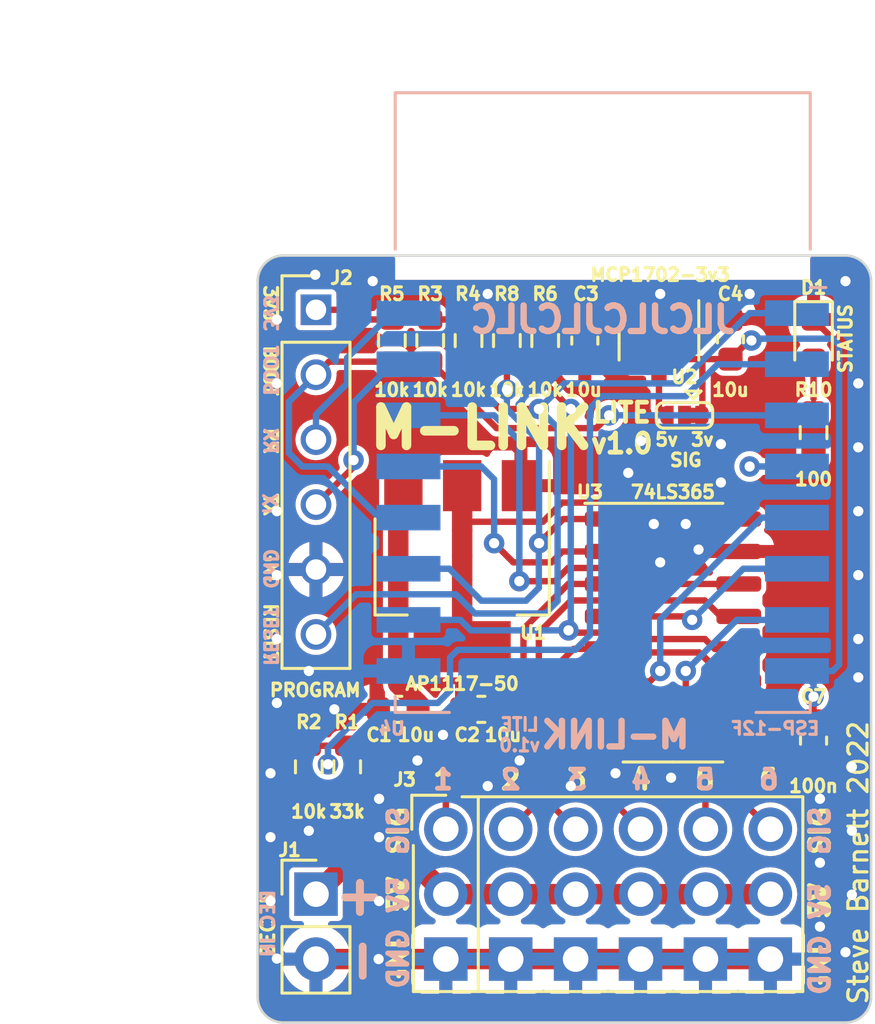
<source format=kicad_pcb>
(kicad_pcb (version 20211014) (generator pcbnew)
  (layers (0 "F.Cu" signal) (31 "B.Cu" signal) (34 "B.Paste" user) (35 "F.Paste" user) (36 "B.SilkS" user "B.Silkscreen") (37 "F.SilkS" user "F.Silkscreen") (38 "B.Mask" user) (39 "F.Mask" user) (44 "Edge.Cuts" user))
  (net 0 "")
  (net 1 "/3V3")
  (net 2 "GND")
  (net 3 "/VCC")
  (net 4 "/DTR")
  (net 5 "/RX")
  (net 6 "/TX")
  (net 7 "+5V")
  (net 8 "/RESET")
  (net 9 "/ADC")
  (net 10 "/EN")
  (net 11 "/CH1")
  (net 12 "/CH2")
  (net 13 "/CH3")
  (net 14 "/CH5")
  (net 15 "/CH4")
  (net 16 "Net-(D1-Pad2)")
  (net 17 "/CH6")
  (net 18 "/CH6_LV")
  (net 19 "/OE")
  (net 20 "/LED1")
  (net 21 "/CH1_LV")
  (net 22 "/CH2_LV")
  (net 23 "/CH3_LV")
  (net 24 "/CH4_LV")
  (net 25 "/CH5_LV")
  (net 26 "Net-(U3-Pad16)")
  (footprint "Resistor_SMD:R_0603_1608Metric" (layer "F.Cu") (at 88.75 72.325 -90)
    (fp_text reference "R8")
    (fp_text value "10k")
  )
  (footprint "Jumper:SolderJumper-3_P1.3mm_Bridged2Bar12_RoundedPad1.0x1.5mm" (layer "F.Cu") (at 95.7 75.25 180)
    (fp_text reference "JP1" hide)
    (fp_text value "VSIG" hide)
  )
  (footprint "Resistor_SMD:R_0603_1608Metric" (layer "F.Cu") (at 82.5 89 90)
    (fp_text reference "R1")
    (fp_text value "33k")
  )
  (footprint "Package_TO_SOT_SMD:SOT-223-3_TabPin2" (layer "F.Cu") (at 87 81.15 -90)
    (fp_text reference "U1")
    (fp_text value "AP1117-50")
  )
  (footprint "LED_SMD:LED_0603_1608Metric" (layer "F.Cu") (at 100.75 72.2875 -90)
    (fp_text reference "D1")
    (fp_text value "STATUS")
  )
  (footprint "Capacitor_SMD:C_0603_1608Metric" (layer "F.Cu") (at 84.5 86.75 180)
    (fp_text reference "C1")
    (fp_text value "10u")
  )
  (footprint "Capacitor_SMD:C_0603_1608Metric" (layer "F.Cu") (at 91.8 72.325 -90)
    (fp_text reference "C3")
    (fp_text value "10u")
  )
  (footprint "Capacitor_SMD:C_0603_1608Metric" (layer "F.Cu") (at 100.75 87.975 -90)
    (fp_text reference "C7")
    (fp_text value "100n")
  )
  (footprint "Package_SO:SO-16_3.9x9.9mm_P1.27mm" (layer "F.Cu") (at 95.25 83.75)
    (fp_text reference "U3")
    (fp_text value "74LS365")
  )
  (footprint "new_moop_items:ServoHeader_3x06_P2.54mm_Vertical" (layer "F.Cu") (at 86.36 96.52 90)
    (fp_text reference "J3")
    (fp_text value "SIG")
  )
  (footprint "Capacitor_SMD:C_0603_1608Metric" (layer "F.Cu") (at 97.5 72.275 90)
    (fp_text reference "C4")
    (fp_text value "10u")
  )
  (footprint "Resistor_SMD:R_0603_1608Metric" (layer "F.Cu") (at 100.75 75.925 90)
    (fp_text reference "R10")
    (fp_text value "100")
  )
  (footprint "Resistor_SMD:R_0603_1608Metric" (layer "F.Cu") (at 87.25 72.325 -90)
    (fp_text reference "R4")
    (fp_text value "10k")
  )
  (footprint "Connector_PinHeader_2.54mm:PinHeader_1x06_P2.54mm_Vertical" (layer "F.Cu") (at 81.28 71.12)
    (fp_text reference "J2")
    (fp_text value "PROGRAM")
  )
  (footprint "Resistor_SMD:R_0603_1608Metric" (layer "F.Cu") (at 85.75 72.325 -90)
    (fp_text reference "R3")
    (fp_text value "10k")
  )
  (footprint "Capacitor_SMD:C_0603_1608Metric" (layer "F.Cu") (at 87.75 86.75 180)
    (fp_text reference "C2")
    (fp_text value "10u")
  )
  (footprint "Resistor_SMD:R_0603_1608Metric" (layer "F.Cu") (at 90.25 72.325 90)
    (fp_text reference "R6")
    (fp_text value "10k")
  )
  (footprint "Connector_PinHeader_2.54mm:PinHeader_1x02_P2.54mm_Vertical" (layer "F.Cu") (at 81.28 93.98)
    (fp_text reference "J1")
    (fp_text value "BEC IN")
  )
  (footprint "Resistor_SMD:R_0603_1608Metric" (layer "F.Cu") (at 81 89 -90)
    (fp_text reference "R2")
    (fp_text value "10k")
  )
  (footprint "Package_TO_SOT_SMD:SOT-23" (layer "F.Cu") (at 94.7 72.4375 -90)
    (fp_text reference "U2")
    (fp_text value "MCP1702-3v3")
  )
  (footprint "Resistor_SMD:R_0603_1608Metric" (layer "F.Cu") (at 84.25 72.325 -90)
    (fp_text reference "R5")
    (fp_text value "10k")
  )
  (footprint "RF_Module:ESP-12E" (layer "B.Cu") (at 92.5 74.75 180)
    (fp_text reference "U4")
    (fp_text value "ESP-12F")
  )
  (gr_line (start 103 81) (end 103 98) (layer "Edge.Cuts") (width 0.1))
  (gr_arc (start 80 99) (mid 79.292893 98.707107) (end 79 98) (layer "Edge.Cuts") (width 0.1))
  (gr_line (start 102 99) (end 80 99) (layer "Edge.Cuts") (width 0.1))
  (gr_line (start 79 70) (end 79 98) (layer "Edge.Cuts") (width 0.1))
  (gr_arc (start 79 70) (mid 79.292893 69.292893) (end 80 69) (layer "Edge.Cuts") (width 0.1))
  (gr_arc (start 103 98) (mid 102.707107 98.707107) (end 102 99) (layer "Edge.Cuts") (width 0.1))
  (gr_line (start 103 70) (end 103 81) (layer "Edge.Cuts") (width 0.1))
  (gr_arc (start 102 69) (mid 102.707107 69.292893) (end 103 70) (layer "Edge.Cuts") (width 0.1))
  (gr_line (start 80 69) (end 102 69) (layer "Edge.Cuts") (width 0.1))
  (gr_text "GND" (at 84.5 96.5 90) (layer "B.SilkS") (effects (font (size 0.75 0.75) (thickness 0.1875)) (justify mirror)))
  (gr_text "JLCJLCJLCJLC" (at 92.5 71.5) (layer "B.SilkS") (effects (font (size 1 1) (thickness 0.25)) (justify mirror)))
  (gr_text "-" (at 83 96.6 90) (layer "B.SilkS") (effects (font (size 1.5 1.5) (thickness 0.3))))
  (gr_text "TX" (at 79.45 78.75 -90) (layer "B.SilkS") (effects (font (size 0.5 0.5) (thickness 0.125)) (justify mirror)))
  (gr_text "3" (at 91.5 89.5) (layer "B.SilkS") (effects (font (size 0.75 0.75) (thickness 0.1875)) (justify mirror)))
  (gr_text "M-LINK" (at 93 87.75) (layer "B.SilkS") (effects (font (size 1 1) (thickness 0.25)) (justify mirror)))
  (gr_text "GND" (at 79.5 81.25 -90) (layer "B.SilkS") (effects (font (size 0.5 0.5) (thickness 0.125)) (justify mirror)))
  (gr_text "5V" (at 101 94.25 90) (layer "B.SilkS") (effects (font (size 0.75 0.75) (thickness 0.1875)) (justify mirror)))
  (gr_text "6" (at 99 89.5) (layer "B.SilkS") (effects (font (size 0.75 0.75) (thickness 0.1875)) (justify mirror)))
  (gr_text "2" (at 88.9 89.5) (layer "B.SilkS") (effects (font (size 0.75 0.75) (thickness 0.1875)) (justify mirror)))
  (gr_text "1" (at 86.25 89.5) (layer "B.SilkS") (effects (font (size 0.75 0.75) (thickness 0.1875)) (justify mirror)))
  (gr_text "LITE\nv1.0" (at 89.25 87.75) (layer "B.SilkS") (effects (font (size 0.5 0.5) (thickness 0.125)) (justify mirror)))
  (gr_text "GND" (at 101 96.75 90) (layer "B.SilkS") (effects (font (size 0.75 0.75) (thickness 0.1875)) (justify mirror)))
  (gr_text "BOOT" (at 79.5 73.5 270) (layer "B.SilkS") (effects (font (size 0.5 0.5) (thickness 0.125)) (justify mirror)))
  (gr_text "3V3	" (at 79.5 71 -90) (layer "B.SilkS") (effects (font (size 0.5 0.5) (thickness 0.125)) (justify mirror)))
  (gr_text "RX" (at 79.5 76.25 -90) (layer "B.SilkS") (effects (font (size 0.5 0.5) (thickness 0.125)) (justify mirror)))
  (gr_text "4" (at 94 89.5) (layer "B.SilkS") (effects (font (size 0.75 0.75) (thickness 0.1875)) (justify mirror)))
  (gr_text "SIG" (at 101 91.5 90) (layer "B.SilkS") (effects (font (size 0.75 0.75) (thickness 0.1875)) (justify mirror)))
  (gr_text "5V" (at 84.5 94 90) (layer "B.SilkS") (effects (font (size 0.75 0.75) (thickness 0.1875)) (justify mirror)))
  (gr_text "+" (at 83 94) (layer "B.SilkS") (effects (font (size 1.5 1.5) (thickness 0.3))))
  (gr_text "SIG" (at 84.5 91.5 90) (layer "B.SilkS") (effects (font (size 0.75 0.75) (thickness 0.1875)) (justify mirror)))
  (gr_text "RESET" (at 79.5 83.9 -90) (layer "B.SilkS") (effects (font (size 0.5 0.5) (thickness 0.125)) (justify mirror)))
  (gr_text "5" (at 96.5 89.5) (layer "B.SilkS") (effects (font (size 0.75 0.75) (thickness 0.1875)) (justify mirror)))
  (gr_text "SIG" (at 95.75 77) (layer "F.SilkS") (effects (font (size 0.5 0.5) (thickness 0.125))))
  (gr_text "GND" (at 84.5 96.5 90) (layer "F.SilkS") (effects (font (size 0.75 0.75) (thickness 0.1875))))
  (gr_text "TX" (at 79.5 78.75 270) (layer "F.SilkS") (effects (font (size 0.5 0.5) (thickness 0.125))))
  (gr_text "5V" (at 84.5 94 90) (layer "F.SilkS") (effects (font (size 0.75 0.75) (thickness 0.1875))))
  (gr_text "6" (at 99 89.5) (layer "F.SilkS") (effects (font (size 0.75 0.75) (thickness 0.1875))))
  (gr_text "RESET" (at 79.5 83.75 270) (layer "F.SilkS") (effects (font (size 0.5 0.5) (thickness 0.125))))
  (gr_text "RX" (at 79.5 76.25 270) (layer "F.SilkS") (effects (font (size 0.5 0.5) (thickness 0.125))))
  (gr_text "SIG" (at 101 91.5 90) (layer "F.SilkS") (effects (font (size 0.75 0.75) (thickness 0.1875))))
  (gr_text "GND" (at 101 96.75 90) (layer "F.SilkS") (effects (font (size 0.75 0.75) (thickness 0.1875))))
  (gr_text "5V" (at 101 94.25 90) (layer "F.SilkS") (effects (font (size 0.75 0.75) (thickness 0.1875))))
  (gr_text "BOOT" (at 79.5 73.5 270) (layer "F.SilkS") (effects (font (size 0.5 0.5) (thickness 0.125))))
  (gr_text "3V3	" (at 79.5 71.12 270) (layer "F.SilkS") (effects (font (size 0.5 0.5) (thickness 0.125))))
  (gr_text "Steve Barnett 2022" (at 102.5 92.75 90) (layer "F.SilkS") (effects (font (size 0.75 0.75) (thickness 0.125))))
  (gr_text "-" (at 83 96.6 90) (layer "F.SilkS") (effects (font (size 1.5 1.5) (thickness 0.3)) (justify mirror)))
  (gr_text "GND" (at 79.5 81.25 270) (layer "F.SilkS") (effects (font (size 0.5 0.5) (thickness 0.125))))
  (gr_text "1" (at 86.25 89.5) (layer "F.SilkS") (effects (font (size 0.75 0.75) (thickness 0.1875))))
  (gr_text "2" (at 88.9 89.5) (layer "F.SilkS") (effects (font (size 0.75 0.75) (thickness 0.1875))))
  (gr_text "5" (at 96.5 89.5) (layer "F.SilkS") (effects (font (size 0.75 0.75) (thickness 0.1875))))
  (gr_text "3" (at 91.5 89.5) (layer "F.SilkS") (effects (font (size 0.75 0.75) (thickness 0.1875))))
  (gr_text "LITE\nv1.0" (at 93.25 75.75) (layer "F.SilkS") (effects (font (size 0.75 0.75) (thickness 0.1875))))
  (gr_text "+" (at 83 94) (layer "F.SilkS") (effects (font (size 1.5 1.5) (thickness 0.3)) (justify mirror)))
  (gr_text "SIG" (at 84.5 91.5 90) (layer "F.SilkS") (effects (font (size 0.75 0.75) (thickness 0.1875))))
  (gr_text "4" (at 94 89.5) (layer "F.SilkS") (effects (font (size 0.75 0.75) (thickness 0.1875))))
  (gr_text "5v" (at 95 76.2) (layer "F.SilkS") (effects (font (size 0.5 0.5) (thickness 0.125))))
  (gr_text "3v" (at 96.4 76.2) (layer "F.SilkS") (effects (font (size 0.5 0.5) (thickness 0.125))))
  (gr_text "M-LINK" (at 87.75 75.75) (layer "F.SilkS") (effects (font (size 1.5 1.5) (thickness 0.375))))
  (segment (start 98.227948 72.322052) (end 97.5 73.05) (width 0.25) (layer "F.Cu") (net 1))
  (segment (start 95.791428 73.05) (end 94.741428 72) (width 0.25) (layer "F.Cu") (net 1))
  (segment (start 96.45 73.05) (end 95.791428 73.05) (width 0.25) (layer "F.Cu") (net 1))
  (segment (start 93 70.75) (end 93.75 71.5) (width 0.25) (layer "F.Cu") (net 1))
  (segment (start 100.75 87.2) (end 100.75 86.25) (width 0.25) (layer "F.Cu") (net 1))
  (segment (start 97.5 73.05) (end 96.45 73.05) (width 0.25) (layer "F.Cu") (net 1))
  (segment (start 87.25 71.5) (end 85.75 71.5) (width 0.25) (layer "F.Cu") (net 1))
  (segment (start 96.4 73.1) (end 96.45 73.05) (width 0.25) (layer "F.Cu") (net 1))
  (segment (start 81.28 71.12) (end 82.63 71.12) (width 0.25) (layer "F.Cu") (net 1))
  (segment (start 96.4 75.25) (end 96.4 73.1) (width 0.25) (layer "F.Cu") (net 1))
  (segment (start 94.741428 72) (end 94 72) (width 0.25) (layer "F.Cu") (net 1))
  (segment (start 84.25 71.5) (end 83.01 71.5) (width 0.25) (layer "F.Cu") (net 1))
  (segment (start 94 72) (end 93.75 71.75) (width 0.25) (layer "F.Cu") (net 1))
  (segment (start 89.5 70.75) (end 93 70.75) (width 0.25) (layer "F.Cu") (net 1))
  (segment (start 85.75 71.5) (end 84.25 71.5) (width 0.25) (layer "F.Cu") (net 1))
  (segment (start 89.5 70.75) (end 88.75 71.5) (width 0.25) (layer "F.Cu") (net 1))
  (segment (start 83.01 71.5) (end 82.63 71.12) (width 0.25) (layer "F.Cu") (net 1))
  (segment (start 93.75 71.75) (end 93.75 71.5) (width 0.25) (layer "F.Cu") (net 1))
  (segment (start 88.75 71.5) (end 87.25 71.5) (width 0.25) (layer "F.Cu") (net 1))
  (segment (start 98.318621 72.322052) (end 98.227948 72.322052) (width 0.25) (layer "F.Cu") (net 1))
  (via (at 98.318621 72.322052) (size 0.8) (drill 0.4) (layers "F.Cu" "B.Cu") (net 1))
  (via (at 100.75 86.25) (size 0.8) (drill 0.4) (layers "F.Cu" "B.Cu") (net 1))
  (segment (start 101.5 85.25) (end 101.75 85) (width 0.25) (layer "B.Cu") (net 1))
  (segment (start 100.25 85.25) (end 100.1 85.25) (width 0.25) (layer "B.Cu") (net 1))
  (segment (start 101.75 85) (end 101.75 72.5) (width 0.25) (layer "B.Cu") (net 1))
  (segment (start 98.390673 72.25) (end 98.318621 72.322052) (width 0.25) (layer "B.Cu") (net 1))
  (segment (start 100.1 85.25) (end 101.5 85.25) (width 0.25) (layer "B.Cu") (net 1))
  (segment (start 100.75 85.75) (end 100.25 85.25) (width 0.25) (layer "B.Cu") (net 1))
  (segment (start 98.75 72.25) (end 98.390673 72.25) (width 0.25) (layer "B.Cu") (net 1))
  (segment (start 100.75 86.25) (end 100.75 85.75) (width 0.25) (layer "B.Cu") (net 1))
  (segment (start 101.75 72.5) (end 101.5 72.25) (width 0.25) (layer "B.Cu") (net 1))
  (segment (start 101.5 72.25) (end 98.75 72.25) (width 0.25) (layer "B.Cu") (net 1))
  (segment (start 92.675 88.195) (end 94.695 88.195) (width 0.25) (layer "F.Cu") (net 2))
  (segment (start 83.5 81.25) (end 83.47 81.28) (width 0.25) (layer "F.Cu") (net 2))
  (segment (start 99.425 80.575) (end 97.825 80.575) (width 0.25) (layer "F.Cu") (net 2))
  (segment (start 102.25 88.75) (end 101.275 88.75) (width 0.25) (layer "F.Cu") (net 2))
  (segment (start 97.825 80.575) (end 96.325 80.575) (width 0.25) (layer "F.Cu") (net 2))
  (segment (start 83.75 95.25) (end 83.75 96.25) (width 0.25) (layer "F.Cu") (net 2))
  (segment (start 92.160717 73.375) (end 92.117858 73.417859) (width 0.25) (layer "F.Cu") (net 2))
  (segment (start 95.175 89.425) (end 95.175 92.175) (width 0.25) (layer "F.Cu") (net 2))
  (segment (start 83.75 90.25) (end 83.75 91.75) (width 0.25) (layer "F.Cu") (net 2))
  (segment (start 83.75 94.25) (end 83.75 95.25) (width 0.25) (layer "F.Cu") (net 2))
  (segment (start 83.73 96.52) (end 83.48 96.52) (width 0.8) (layer "F.Cu") (net 2))
  (segment (start 83.5 86.525) (end 83.725 86.75) (width 0.25) (layer "F.Cu") (net 2))
  (segment (start 100.75 71.5) (end 102.25 73) (width 0.25) (layer "F.Cu") (net 2))
  (segment (start 95.175 88.675) (end 95.175 89.425) (width 0.25) (layer "F.Cu") (net 2))
  (segment (start 90.975 72.275) (end 91.8 73.1) (width 0.25) (layer "F.Cu") (net 2))
  (segment (start 102.25 96) (end 102 96.25) (width 0.25) (layer "F.Cu") (net 2))
  (segment (start 86.975 87.025) (end 86.975 86.75) (width 0.8) (layer "F.Cu") (net 2))
  (segment (start 93.98 96.52) (end 96.52 96.52) (width 0.8) (layer "F.Cu") (net 2))
  (segment (start 102.25 92.75) (end 102.25 94) (width 0.25) (layer "F.Cu") (net 2))
  (segment (start 83.5 76.800978) (end 83.800978 76.5) (width 0.25) (layer "F.Cu") (net 2))
  (segment (start 79.75 96.5) (end 81.26 96.5) (width 0.25) (layer "F.Cu") (net 2))
  (segment (start 95 89.5) (end 95.175 89.325) (width 0.25) (layer "F.Cu") (net 2))
  (segment (start 96.325 80.575) (end 96.25 80.5) (width 0.25) (layer "F.Cu") (net 2))
  (segment (start 90.975 72.275) (end 90.225 72.275) (width 0.25) (layer "F.Cu") (net 2))
  (segment (start 102.25 92.75) (end 101 92.75) (width 0.25) (layer "F.Cu") (net 2))
  (segment (start 101 92.75) (end 95.75 92.75) (width 0.25) (layer "F.Cu") (net 2))
  (segment (start 81.26 96.5) (end 81.28 96.52) (width 0.25) (layer "F.Cu") (net 2))
  (segment (start 102.25 76.5) (end 102.25 79) (width 0.25) (layer "F.Cu") (net 2))
  (segment (start 79.5 94.25) (end 79.5 91.75) (width 0.25) (layer "F.Cu") (net 2))
  (segment (start 102.25 88.75) (end 102.25 89) (width 0.25) (layer "F.Cu") (net 2))
  (segment (start 102.25 91.5) (end 102.25 92.75) (width 0.25) (layer "F.Cu") (net 2))
  (segment (start 94.695 88.195) (end 95.175 88.675) (width 0.25) (layer "F.Cu") (net 2))
  (segment (start 89.3 78) (end 91.5 78) (width 0.25) (layer "F.Cu") (net 2))
  (segment (start 90.225 72.275) (end 80.525 72.275) (width 0.25) (layer "F.Cu") (net 2))
  (segment (start 86.36 96.52) (end 88.9 96.52) (width 0.8) (layer "F.Cu") (net 2))
  (segment (start 83.75 90.25) (end 85.25 88.75) (width 0.8) (layer "F.Cu") (net 2))
  (segment (start 102.25 89) (end 102.5 88.75) (width 0.25) (layer "F.Cu") (net 2))
  (segment (start 83.5 76.800978) (end 83.5 81.25) (width 0.25) (layer "F.Cu") (net 2))
  (segment (start 96.52 96.52) (end 99.06 96.52) (width 0.8) (layer "F.Cu") (net 2))
  (segment (start 99.25 74.25) (end 97.125 76.375) (width 0.25) (layer "F.Cu") (net 2))
  (segment (start 102.25 74) (end 102.25 76.5) (width 0.25) (layer "F.Cu") (net 2))
  (segment (start 99.5 78.75) (end 99.5 80.5) (width 0.25) (layer "F.Cu") (net 2))
  (segment (start 79.5 89.25) (end 79.5 87.5) (width 0.25) (layer "F.Cu") (net 2))
  (segment (start 97.5 78.25) (end 99 78.25) (width 0.25) (layer "F.Cu") (net 2))
  (segment (start 99.25 71.5) (end 99.25 74.25) (width 0.25) (layer "F.Cu") (net 2))
  (segment (start 99.25 71.5) (end 100.75 71.5) (width 0.25) (layer "F.Cu") (net 2))
  (segment (start 86.36 96.52) (end 83.73 96.52) (width 0.8) (layer "F.Cu") (net 2))
  (segment (start 89 76.5) (end 89.3 76.8) (width 0.25) (layer "F.Cu") (net 2))
  (segment (start 91.44 96.52) (end 93.98 96.52) (width 0.8) (layer "F.Cu") (net 2))
  (segment (start 83.48 96.52) (end 81.28 96.52) (width 0.8) (layer "F.Cu") (net 2))
  (segment (start 83.75 96.25) (end 83.48 96.52) (width 0.25) (layer "F.Cu") (net 2))
  (segment (start 79.5 91.75) (end 79.5 89.75) (width 0.25) (layer "F.Cu") (net 2))
  (segment (start 91.5 78) (end 92.75 76.75) (width 0.25) (layer "F.Cu") (net 2))
  (segment (start 102.25 94) (end 102.25 96) (width 0.25) (layer "F.Cu") (net 2))
  (segment (start 93.5 77.5) (end 92.75 76.75) (width 0.25) (layer "F.Cu") (net 2))
  (segment (start 86.25 87.75) (end 86.975 87.025) (width 0.8) (layer "F.Cu") (net 2))
  (segment (start 102 96.25) (end 101.73 96.52) (width 0.25) (layer "F.Cu") (net 2))
  (segment (start 79.5 89.75) (end 79.5 89.25) (width 0.25) (layer "F.Cu") (net 2))
  (segment (start 89.3 76.8) (end 89.3 78) (width 0.25) (layer "F.Cu") (net 2))
  (segment (start 97.125 77.875) (end 97.5 78.25) (width 0.25) (layer "F.Cu") (net 2))
  (segment (start 82 86.75) (end 80.75 86.75) (width 0.25) (layer "F.Cu") (net 2))
  (segment (start 79.5 94.25) (end 79.5 96.25) (width 0.25) (layer "F.Cu") (net 2))
  (segment (start 93.625 74.625) (end 92.1 73.1) (width 0.25) (layer "F.Cu") (net 2))
  (segment (start 83.5 81.25) (end 83.5 86.525) (width 0.25) (layer "F.Cu") (net 2))
  (segment (start 102.5 88.75) (end 102.5 85.75) (width 0.25) (layer "F.Cu") (net 2))
  (segment (start 80.25 86.75) (end 79.5 87.5) (width 0.25) (layer "F.Cu") (net 2))
  (segment (start 88.9 96.52) (end 91.44 96.52) (width 0.8) (layer "F.Cu") (net 2))
  (segment (start 102.5 85.75) (end 102.25 85.5) (width 0.25) (layer "F.Cu") (net 2))
  (segment (start 102.25 81.5) (end 102.25 84) (width 0.25) (layer "F.Cu") (net 2))
  (segment (start 99 78.25) (end 99.5 78.75) (width 0.25) (layer "F.Cu") (net 2))
  (segment (start 100 88.75) (end 100.75 88.75) (width 0.25) (layer "F.Cu") (net 2))
  (segment (start 92.75 76.75) (end 93.625 75.875) (width 0.25) (layer "F.Cu") (net 2))
  (segment (start 83.725 86.75) (end 82 86.75) (width 0.25) (layer "F.Cu") (net 2))
  (segment (start 101.73 96.52) (end 99.06 96.52) (width 0.25) (layer "F.Cu") (net 2))
  (segment (start 102.25 79) (end 102.25 81.5) (width 0.25) (layer "F.Cu") (net 2))
  (segment (start 92.1 73.1) (end 91.8 73.1) (width 0.25) (layer "F.Cu") (net 2))
  (segment (start 102.25 73) (end 102.25 74) (width 0.25) (layer "F.Cu") (net 2))
  (segment (start 81 89.825) (end 79.575 89.825) (width 0.25) (layer "F.Cu") (net 2))
  (segment (start 83.47 86.495) (end 83.725 86.75) (width 0.25) (layer "F.Cu") (net 2))
  (segment (start 83.800978 76.5) (end 89 76.5) (width 0.25) (layer "F.Cu") (net 2))
  (segment (start 85.25 88.75) (end 86.25 87.75) (width 0.8) (layer "F.Cu") (net 2))
  (segment (start 99.5 80.5) (end 99.5 88.25) (width 0.25) (layer "F.Cu") (net 2))
  (segment (start 79.5 96.25) (end 79.75 96.5) (width 0.25) (layer "F.Cu") (net 2))
  (segment (start 97.5 71.5) (end 95.65 71.5) (width 0.25) (layer "F.Cu") (net 2))
  (segment (start 95.175 89.425) (end 95.175 89.325) (width 0.25) (layer "F.Cu") (net 2))
  (segment (start 93.625 75.875) (end 93.625 74.625) (width 0.25) (layer "F.Cu") (net 2))
  (segment (start 90.25 71.5) (end 90.25 72.25) (width 0.25) (layer "F.Cu") (net 2))
  (segment (start 97.5 71.5) (end 99.25 71.5) (width 0.25) (layer "F.Cu") (net 2))
  (segment (start 99.5 88.25) (end 100 88.75) (width 0.25) (layer "F.Cu") (net 2))
  (segment (start 95.75 92.75) (end 95.175 92.175) (width 0.25) (layer "F.Cu") (net 2))
  (segment (start 80.525 72.275) (end 79.75 71.5) (width 0.25) (layer "F.Cu") (net 2))
  (segment (start 83.75 91.75) (end 83.75 94.25) (width 0.25) (layer "F.Cu") (net 2))
  (segment (start 79.575 89.825) (end 79.5 89.75) (width 0.25) (layer "F.Cu") (net 2))
  (segment (start 99.5 80.5) (end 99.425 80.575) (width 0.25) (layer "F.Cu") (net 2))
  (segment (start 83.47 81.28) (end 81.28 81.28) (width 0.25) (layer "F.Cu") (net 2))
  (segment (start 90.25 72.25) (end 90.225 72.275) (width 0.25) (layer "F.Cu") (net 2))
  (segment (start 102.25 89) (end 102.25 91.5) (width 0.25) (layer "F.Cu") (net 2))
  (segment (start 80.75 86.75) (end 80.25 86.75) (width 0.25) (layer "F.Cu") (net 2))
  (via (at 81 85.25) (size 0.8) (drill 0.4) (layers "F.Cu" "B.Cu") (net 2))
  (via (at 83.75 94.25) (size 0.8) (drill 0.4) (layers "F.Cu" "B.Cu") (net 2))
  (via (at 83.5 70) (size 0.8) (drill 0.4) (layers "F.Cu" "B.Cu") (net 2))
  (via (at 79.75 79) (size 0.8) (drill 0.4) (layers "F.Cu" "B.Cu") (net 2))
  (via (at 101 90.25) (size 0.8) (drill 0.4) (layers "F.Cu" "B.Cu") (net 2))
  (via (at 81.25 69.75) (size 0.8) (drill 0.4) (layers "F.Cu" "B.Cu") (net 2))
  (via (at 83.75 91.75) (size 0.8) (drill 0.4) (layers "F.Cu" "B.Cu") (net 2))
  (via (at 98.25 70.5) (size 0.8) (drill 0.4) (layers "F.Cu" "B.Cu") (net 2))
  (via (at 102.5 84) (size 0.8) (drill 0.4) (layers "F.Cu" "B.Cu") (net 2))
  (via (at 88 89.75) (size 0.8) (drill 0.4) (layers "F.Cu" "B.Cu") (net 2))
  (via (at 97.125 76.375) (size 0.8) (drill 0.4) (layers "F.Cu" "B.Cu") (net 2))
  (via (at 101 95.25) (size 0.8) (drill 0.4) (layers "F.Cu" "B.Cu") (net 2))
  (via (at 102.5 74) (size 0.8) (drill 0.4) (layers "F.Cu" "B.Cu") (net 2))
  (via (at 96.25 80.5) (size 0.8) (drill 0.4) (layers "F.Cu" "B.Cu") (net 2))
  (via (at 79.75 86.5) (size 0.8) (drill 0.4) (layers "F.Cu" "B.Cu") (net 2))
  (via (at 81 91.5) (size 0.8) (drill 0.4) (layers "F.Cu" "B.Cu") (net 2))
  (via (at 102 70) (size 0.8) (drill 0.4) (layers "F.Cu" "B.Cu") (net 2))
  (via (at 94.75 81) (size 0.8) (drill 0.4) (layers "F.Cu" "B.Cu") (net 2))
  (via (at 88 70.5) (size 0.8) (drill 0.4) (layers "F.Cu" "B.Cu") (net 2))
  (via (at 102.25 94) (size 0.8) (drill 0.4) (layers "F.Cu" "B.Cu") (net 2))
  (via (at 79.75 96.5) (size 0.8) (drill 0.4) (layers "F.Cu" "B.Cu") (net 2))
  (via (at 94.5 79.5) (size 0.8) (drill 0.4) (layers "F.Cu" "B.Cu") (net 2))
  (via (at 94.75 70.5) (size 0.8) (drill 0.4) (layers "F.Cu" "B.Cu") (net 2))
  (via (at 85.25 88.75) (size 0.8) (drill 0.4) (layers "F.Cu" "B.Cu") (net 2))
  (via (at 102 96.25) (size 0.8) (drill 0.4) (layers "F.Cu" "B.Cu") (net 2))
  (via (at 82 86.75) (size 0.8) (drill 0.4) (layers "F.Cu" "B.Cu") (net 2))
  (via (at 79.5 91.75) (size 0.8) (drill 0.4) (layers "F.Cu" "B.Cu") (net 2))
  (via (at 79.75 84) (size 0.8) (drill 0.4) (layers "F.Cu" "B.Cu") (net 2))
  (via (at 89.25 88.75) (size 0.8) (drill 0.4) (layers "F.Cu" "B.Cu") (net 2))
  (via (at 97.125 77.875) (size 0.8) (drill 0.4) (layers "F.Cu" "B.Cu") (net 2))
  (via (at 102.5 85.5) (size 0.8) (drill 0.4) (layers "F.Cu" "B.Cu") (net 2))
  (via (at 93.5 77.5) (size 0.8) (drill 0.4) (layers "F.Cu" "B.Cu") (net 2))
  (via (at 94 76.25) (size 0.8) (drill 0.4) (layers "F.Cu" "B.Cu") (net 2))
  (via (at 79.75 74) (size 0.8) (drill 0.4) (layers "F.Cu" "B.Cu") (net 2))
  (via (at 102.5 76.5) (size 0.8) (drill 0.4) (layers "F.Cu" "B.Cu") (net 2))
  (via (at 102.25 89) (size 0.8) (drill 0.4) (layers "F.Cu" "B.Cu") (net 2))
  (via (at 83.75 90.25) (size 0.8) (drill 0.4) (layers "F.Cu" "B.Cu") (net 2))
  (via (at 101 92.75) (size 0.8) (drill 0.4) (layers "F.Cu" "B.Cu") (net 2))
  (via (at 79.75 71.5) (size 0.8) (drill 0.4) (layers "F.Cu" "B.Cu") (net 2))
  (via (at 102.5 79) (size 0.8) (drill 0.4) (layers "F.Cu" "B.Cu") (net 2))
  (via (at 86.25 87.75) (size 0.8) (drill 0.4) (layers "F.Cu" "B.Cu") (net 2))
  (via (at 102.25 91.5) (size 0.8) (drill 0.4) (layers "F.Cu" "B.Cu") (net 2))
  (via (at 95.75 79.5) (size 0.8) (drill 0.4) (layers "F.Cu" "B.Cu") (net 2))
  (via (at 91.25 89.75) (size 0.8) (drill 0.4) (layers "F.Cu" "B.Cu") (net 2))
  (via (at 93 89.25) (size 0.8) (drill 0.4) (layers "F.Cu" "B.Cu") (net 2))
  (via (at 79.5 94.25) (size 0.8) (drill 0.4) (layers "F.Cu" "B.Cu") (net 2))
  (via (at 79.75 81.5) (size 0.8) (drill 0.4) (layers "F.Cu" "B.Cu") (net 2))
  (via (at 95.175 89.425) (size 0.8) (drill 0.4) (layers "F.Cu" "B.Cu") (net 2))
  (via (at 79.5 89.25) (size 0.8) (drill 0.4) (layers "F.Cu" "B.Cu") (net 2))
  (via (at 83.73 96.52) (size 0.8) (drill 0.4) (layers "F.Cu" "B.Cu") (net 2))
  (via (at 102.5 81.5) (size 0.8) (drill 0.4) (layers "F.Cu" "B.Cu") (net 2))
  (segment (start 97.125 77.875) (end 96.125 77.875) (width 0.25) (layer "B.Cu") (net 2))
  (segment (start 82 86.25) (end 82 86.75) (width 0.25) (layer "B.Cu") (net 2))
  (segment (start 93.5 76.75) (end 94 76.25) (width 0.25) (layer "B.Cu") (net 2))
  (segment (start 93.75 88) (end 93.75 83) (width 0.25) (layer "B.Cu") (net 2))
  (segment (start 93.5 77.5) (end 93.5 76.75) (width 0.25) (layer "B.Cu") (net 2))
  (segment (start 96.125 77.875) (end 95.75 77.5) (width 0.25) (layer "B.Cu") (net 2))
  (segment (start 93.75 83) (end 96.25 80.5) (width 0.25) (layer "B.Cu") (net 2))
  (segment (start 93.5 77.5) (end 95.75 77.5) (width 0.25) (layer "B.Cu") (net 2))
  (segment (start 83 85.25) (end 82 86.25) (width 0.25) (layer "B.Cu") (net 2))
  (segment (start 95.175 89.425) (end 93.75 88) (width 0.25) (layer "B.Cu") (net 2))
  (segment (start 97.125 77.875) (end 97.125 76.375) (width 0.25) (layer "B.Cu") (net 2))
  (segment (start 84.9 85.25) (end 83 85.25) (width 0.25) (layer "B.Cu") (net 2))
  (segment (start 85.275 87.05) (end 85.275 86.75) (width 0.8) (layer "F.Cu") (net 3))
  (segment (start 82.5 89.825) (end 82.5 92.76) (width 0.8) (layer "F.Cu") (net 3))
  (segment (start 84.5 85.75) (end 84.5 78.2) (width 0.8) (layer "F.Cu") (net 3))
  (segment (start 82.5 89.825) (end 85.275 87.05) (width 0.8) (layer "F.Cu") (net 3))
  (segment (start 82.5 92.76) (end 81.28 93.98) (width 0.8) (layer "F.Cu") (net 3))
  (segment (start 84.5 78.2) (end 84.7 78) (width 0.8) (layer "F.Cu") (net 3))
  (segment (start 85.275 86.525) (end 84.5 85.75) (width 0.8) (layer "F.Cu") (net 3))
  (segment (start 85.275 86.75) (end 85.275 86.525) (width 0.8) (layer "F.Cu") (net 3))
  (segment (start 81.79 73.15) (end 81.28 73.66) (width 0.25) (layer "F.Cu") (net 4))
  (segment (start 84.25 73.15) (end 81.79 73.15) (width 0.25) (layer "F.Cu") (net 4))
  (segment (start 81.75 77.25) (end 80.75 77.25) (width 0.25) (layer "B.Cu") (net 4))
  (segment (start 80.75 77.25) (end 80.22 76.72) (width 0.25) (layer "B.Cu") (net 4))
  (segment (start 80.22 76.72) (end 80.22 74.72) (width 0.25) (layer "B.Cu") (net 4))
  (segment (start 83.75 79.25) (end 81.75 77.25) (width 0.25) (layer "B.Cu") (net 4))
  (segment (start 84.9 79.25) (end 83.75 79.25) (width 0.25) (layer "B.Cu") (net 4))
  (segment (start 80.22 74.72) (end 81.28 73.66) (width 0.25) (layer "B.Cu") (net 4))
  (segment (start 81.28 75.22) (end 81.28 76.2) (width 0.25) (layer "B.Cu") (net 5))
  (segment (start 82.5 73) (end 82.5 74) (width 0.25) (layer "B.Cu") (net 5))
  (segment (start 84.9 71.25) (end 84.25 71.25) (width 0.25) (layer "B.Cu") (net 5))
  (segment (start 84.25 71.25) (end 82.5 73) (width 0.25) (layer "B.Cu") (net 5))
  (segment (start 82.5 74) (end 81.28 75.22) (width 0.25) (layer "B.Cu") (net 5))
  (segment (start 82.75 77.27) (end 81.28 78.74) (width 0.25) (layer "F.Cu") (net 6))
  (segment (start 82.75 77) (end 82.75 77.27) (width 0.25) (layer "F.Cu") (net 6))
  (via (at 82.75 77) (size 0.8) (drill 0.4) (layers "F.Cu" "B.Cu") (net 6))
  (segment (start 84.9 73.25) (end 84.25 73.25) (width 0.25) (layer "B.Cu") (net 6))
  (segment (start 84.9 73.25) (end 84.15 73.25) (width 0.25) (layer "B.Cu") (net 6))
  (segment (start 84.25 73.25) (end 82.75 74.75) (width 0.25) (layer "B.Cu") (net 6))
  (segment (start 82.75 74.75) (end 82.75 77) (width 0.25) (layer "B.Cu") (net 6))
  (segment (start 88.525 86.75) (end 88.525 85.525) (width 0.8) (layer "F.Cu") (net 7))
  (segment (start 90.912943 78.662943) (end 93.587057 78.662943) (width 0.25) (layer "F.Cu") (net 7))
  (segment (start 84.75 92.37) (end 86.36 93.98) (width 0.8) (layer "F.Cu") (net 7))
  (segment (start 87 78) (end 87 79.75) (width 0.8) (layer "F.Cu") (net 7))
  (segment (start 93.587057 78.662943) (end 95 77.25) (width 0.25) (layer "F.Cu") (net 7))
  (segment (start 87 80.75) (end 87 84.3) (width 0.8) (layer "F.Cu") (net 7))
  (segment (start 87 79.75) (end 87 80.75) (width 0.8) (layer "F.Cu") (net 7))
  (segment (start 88.525 85.525) (end 87.3 84.3) (width 0.8) (layer "F.Cu") (net 7))
  (segment (start 95 77.25) (end 95 75.25) (width 0.25) (layer "F.Cu") (net 7))
  (segment (start 90.162943 79.412943) (end 90.912943 78.662943) (width 0.25) (layer "F.Cu") (net 7))
  (segment (start 84.75 90.75) (end 84.75 92.37) (width 0.8) (layer "F.Cu") (net 7))
  (segment (start 87.3 84.3) (end 87 84.3) (width 0.8) (layer "F.Cu") (net 7))
  (segment (start 96.52 93.98) (end 93.98 93.98) (width 0.8) (layer "F.Cu") (net 7))
  (segment (start 88.9 93.98) (end 86.36 93.98) (width 0.8) (layer "F.Cu") (net 7))
  (segment (start 87.337057 79.412943) (end 90.162943 79.412943) (width 0.25) (layer "F.Cu") (net 7))
  (segment (start 99.06 93.98) (end 96.52 93.98) (width 0.8) (layer "F.Cu") (net 7))
  (segment (start 87 79.75) (end 87.337057 79.412943) (width 0.25) (layer "F.Cu") (net 7))
  (segment (start 93.98 93.98) (end 91.44 93.98) (width 0.8) (layer "F.Cu") (net 7))
  (segment (start 93.625 73.375) (end 91.8 71.55) (width 0.25) (layer "F.Cu") (net 7))
  (segment (start 88.525 86.975) (end 84.75 90.75) (width 0.8) (layer "F.Cu") (net 7))
  (segment (start 94.7 74.95) (end 95 75.25) (width 0.25) (layer "F.Cu") (net 7))
  (segment (start 94.7 73.375) (end 93.625 73.375) (width 0.25) (layer "F.Cu") (net 7))
  (segment (start 88.525 86.75) (end 88.525 86.975) (width 0.8) (layer "F.Cu") (net 7))
  (segment (start 91.44 93.98) (end 88.9 93.98) (width 0.8) (layer "F.Cu") (net 7))
  (segment (start 94.7 73.375) (end 94.7 74.95) (width 0.25) (layer "F.Cu") (net 7))
  (segment (start 88.475386 75) (end 90 75) (width 0.25) (layer "F.Cu") (net 8))
  (segment (start 87.25 73.15) (end 87.25 73.774614) (width 0.25) (layer "F.Cu") (net 8))
  (segment (start 87.25 73.774614) (end 88.475386 75) (width 0.25) (layer "F.Cu") (net 8))
  (via (at 90 75) (size 0.8) (drill 0.4) (layers "F.Cu" "B.Cu") (net 8))
  (segment (start 90.25 83) (end 87.5 83) (width 0.25) (layer "B.Cu") (net 8))
  (segment (start 100.1 71.25) (end 98.25 71.25) (width 0.25) (layer "B.Cu") (net 8))
  (segment (start 90 75) (end 90.734959 75.734959) (width 0.25) (layer "B.Cu") (net 8))
  (segment (start 90.734959 82.515041) (end 90.25 83) (width 0.25) (layer "B.Cu") (net 8))
  (segment (start 98.25 71.25) (end 95.5 74) (width 0.25) (layer "B.Cu") (net 8))
  (segment (start 86.75 82.25) (end 82.85 82.25) (width 0.25) (layer "B.Cu") (net 8))
  (segment (start 90 75) (end 91 74) (width 0.25) (layer "B.Cu") (net 8))
  (segment (start 91 74) (end 95.5 74) (width 0.25) (layer "B.Cu") (net 8))
  (segment (start 87.5 83) (end 86.75 82.25) (width 0.25) (layer "B.Cu") (net 8))
  (segment (start 90.734959 75.734959) (end 90.734959 82.515041) (width 0.25) (layer "B.Cu") (net 8))
  (segment (start 82.85 82.25) (end 81.28 83.82) (width 0.25) (layer "B.Cu") (net 8))
  (segment (start 81.675 88.175) (end 81 88.175) (width 0.25) (layer "F.Cu") (net 9))
  (segment (start 81.675 88.175) (end 81.75 88.25) (width 0.25) (layer "F.Cu") (net 9))
  (segment (start 81.75 88.25) (end 81.75 88.9) (width 0.25) (layer "F.Cu") (net 9))
  (segment (start 82.5 88.175) (end 81.675 88.175) (width 0.25) (layer "F.Cu") (net 9))
  (via (at 81.75 88.9) (size 0.8) (drill 0.4) (layers "F.Cu" "B.Cu") (net 9))
  (segment (start 97 73.25) (end 95.75 74.5) (width 0.25) (layer "B.Cu") (net 9))
  (segment (start 86.524511 84.725489) (end 86.524511 86.024511) (width 0.25) (layer "B.Cu") (net 9))
  (segment (start 92 74.975386) (end 92 83.845614) (width 0.25) (layer "B.Cu") (net 9))
  (segment (start 86.827193 84.422807) (end 86.524511 84.725489) (width 0.25) (layer "B.Cu") (net 9))
  (segment (start 86.049022 86.5) (end 83.5 86.5) (width 0.25) (layer "B.Cu") (net 9))
  (segment (start 92.475386 74.5) (end 92 74.975386) (width 0.25) (layer "B.Cu") (net 9))
  (segment (start 92 83.845614) (end 91.422807 84.422807) (width 0.25) (layer "B.Cu") (net 9))
  (segment (start 81.75 88.25) (end 81.75 88.9) (width 0.25) (layer "B.Cu") (net 9))
  (segment (start 91.422807 84.422807) (end 86.827193 84.422807) (width 0.25) (layer "B.Cu") (net 9))
  (segment (start 95.75 74.5) (end 92.475386 74.5) (width 0.25) (layer "B.Cu") (net 9))
  (segment (start 100.1 73.25) (end 97 73.25) (width 0.25) (layer "B.Cu") (net 9))
  (segment (start 86.524511 86.024511) (end 86.049022 86.5) (width 0.25) (layer "B.Cu") (net 9))
  (segment (start 83.5 86.5) (end 81.75 88.25) (width 0.25) (layer "B.Cu") (net 9))
  (segment (start 88.35 75.75) (end 92.25 75.75) (width 0.25) (layer "F.Cu") (net 10))
  (segment (start 92.75 75.25) (end 92.25 75.75) (width 0.25) (layer "F.Cu") (net 10))
  (segment (start 85.75 73.15) (end 88.35 75.75) (width 0.25) (layer "F.Cu") (net 10))
  (via (at 92.75 75.25) (size 0.8) (drill 0.4) (layers "F.Cu" "B.Cu") (net 10))
  (segment (start 98.25 75.25) (end 92.75 75.25) (width 0.25) (layer "B.Cu") (net 10))
  (segment (start 100.1 75.25) (end 98.25 75.25) (width 0.25) (layer "B.Cu") (net 10))
  (segment (start 89.4 87.325386) (end 89.4 83.6) (width 0.25) (layer "F.Cu") (net 11))
  (segment (start 86.36 90.365386) (end 89.4 87.325386) (width 0.25) (layer "F.Cu") (net 11))
  (segment (start 89.4 83.6) (end 91.155 81.845) (width 0.25) (layer "F.Cu") (net 11))
  (segment (start 86.36 91.44) (end 86.36 90.365386) (width 0.25) (layer "F.Cu") (net 11))
  (segment (start 91.155 81.845) (end 92.675 81.845) (width 0.25) (layer "F.Cu") (net 11))
  (segment (start 92.74048 82.49048) (end 96.49048 82.49048) (width 0.25) (layer "F.Cu") (net 12))
  (segment (start 92.74048 82.49048) (end 91.25952 82.49048) (width 0.25) (layer "F.Cu") (net 12))
  (segment (start 93.10952 82.49048) (end 93.70952 82.49048) (width 0.25) (layer "F.Cu") (net 12))
  (segment (start 93.30952 82.49048) (end 93.10952 82.49048) (width 0.25) (layer "F.Cu") (net 12))
  (segment (start 90 90.34) (end 90 83.75) (width 0.25) (layer "F.Cu") (net 12))
  (segment (start 93.30952 82.49048) (end 93.75952 82.49048) (width 0.25) (layer "F.Cu") (net 12))
  (segment (start 97.825 83.115) (end 97.115 83.115) (width 0.25) (layer "F.Cu") (net 12))
  (segment (start 93.10952 82.49048) (end 92.74048 82.49048) (width 0.25) (layer "F.Cu") (net 12))
  (segment (start 91.25952 82.49048) (end 90 83.75) (width 0.25) (layer "F.Cu") (net 12))
  (segment (start 97.115 83.115) (end 96.5 82.5) (width 0.25) (layer "F.Cu") (net 12))
  (segment (start 93.30952 82.49048) (end 93.70952 82.49048) (width 0.25) (layer "F.Cu") (net 12))
  (segment (start 96.49048 82.49048) (end 96.5 82.5) (width 0.25) (layer "F.Cu") (net 12))
  (segment (start 88.9 91.44) (end 90 90.34) (width 0.25) (layer "F.Cu") (net 12))
  (segment (start 91.365 84.385) (end 90.44952 85.30048) (width 0.25) (layer "F.Cu") (net 13))
  (segment (start 92.675 84.385) (end 91.365 84.385) (width 0.25) (layer "F.Cu") (net 13))
  (segment (start 90.44952 85.30048) (end 90.44952 90.44952) (width 0.25) (layer "F.Cu") (net 13))
  (segment (start 90.44952 90.44952) (end 91.44 91.44) (width 0.25) (layer "F.Cu") (net 13))
  (segment (start 92.675 86.925) (end 95.675 86.925) (width 0.25) (layer "F.Cu") (net 14))
  (segment (start 95.675 86.925) (end 96.52 87.77) (width 0.25) (layer "F.Cu") (net 14))
  (segment (start 96.52 87.77) (end 96.52 91.44) (width 0.25) (layer "F.Cu") (net 14))
  (segment (start 90.89904 88.35904) (end 90.89904 85.486678) (width 0.25) (layer "F.Cu") (net 15))
  (segment (start 93.928036 84.678036) (end 94.080583 84.525489) (width 0.25) (layer "F.Cu") (net 15))
  (segment (start 96.637307 84.887307) (end 96.637307 84.862693) (width 0.25) (layer "F.Cu") (net 15))
  (segment (start 97.825 85.655) (end 97.405 85.655) (width 0.25) (layer "F.Cu") (net 15))
  (segment (start 90.89904 85.486678) (end 91.355238 85.03048) (width 0.25) (layer "F.Cu") (net 15))
  (segment (start 93.98 91.44) (end 90.89904 88.35904) (width 0.25) (layer "F.Cu") (net 15))
  (segment (start 94.080583 84.525489) (end 96.275489 84.525489) (width 0.25) (layer "F.Cu") (net 15))
  (segment (start 96.637307 84.862693) (end 96.364282 84.589668) (width 0.25) (layer "F.Cu") (net 15))
  (segment (start 93.575592 85.03048) (end 93.928036 84.678036) (width 0.25) (layer "F.Cu") (net 15))
  (segment (start 97.405 85.655) (end 96.637307 84.887307) (width 0.25) (layer "F.Cu") (net 15))
  (segment (start 96.275489 84.525489) (end 97 85.25) (width 0.25) (layer "F.Cu") (net 15))
  (segment (start 91.355238 85.03048) (end 93.575592 85.03048) (width 0.25) (layer "F.Cu") (net 15))
  (segment (start 100.75 74.6) (end 100.75 73.075) (width 0.25) (layer "F.Cu") (net 16))
  (segment (start 97.825 90.205) (end 99.06 91.44) (width 0.25) (layer "F.Cu") (net 17))
  (segment (start 97.825 88.195) (end 97.825 90.205) (width 0.25) (layer "F.Cu") (net 17))
  (segment (start 95.75 86) (end 96.675 86.925) (width 0.25) (layer "F.Cu") (net 18))
  (segment (start 95.75 85.25) (end 95.75 86) (width 0.25) (layer "F.Cu") (net 18))
  (segment (start 96.675 86.925) (end 97.825 86.925) (width 0.25) (layer "F.Cu") (net 18))
  (via (at 95.75 85.25) (size 0.8) (drill 0.4) (layers "F.Cu" "B.Cu") (net 18))
  (segment (start 100.1 83.25) (end 97.75 83.25) (width 0.25) (layer "B.Cu") (net 18))
  (segment (start 97.75 83.25) (end 95.75 85.25) (width 0.25) (layer "B.Cu") (net 18))
  (segment (start 90.955448 79.305) (end 90.010448 80.25) (width 0.25) (layer "F.Cu") (net 19))
  (segment (start 92.675 79.305) (end 90.955448 79.305) (width 0.25) (layer "F.Cu") (net 19))
  (segment (start 88.75 74.25) (end 88.75 73.15) (width 0.25) (layer "F.Cu") (net 19))
  (via (at 88.75 74.25) (size 0.8) (drill 0.4) (layers "F.Cu" "B.Cu") (net 19))
  (via (at 90.010448 80.25) (size 0.8) (drill 0.4) (layers "F.Cu" "B.Cu") (net 19))
  (segment (start 89.5 82.5) (end 90 82) (width 0.25) (layer "B.Cu") (net 19))
  (segment (start 86.5 81.25) (end 87.75 82.5) (width 0.25) (layer "B.Cu") (net 19))
  (segment (start 90.010448 76.260448) (end 88.75 75) (width 0.25) (layer "B.Cu") (net 19))
  (segment (start 90 80.472985) (end 90.010448 80.462537) (width 0.25) (layer "B.Cu") (net 19))
  (segment (start 84.9 81.25) (end 86.5 81.25) (width 0.25) (layer "B.Cu") (net 19))
  (segment (start 90 82) (end 90 80.472985) (width 0.25) (layer "B.Cu") (net 19))
  (segment (start 88.75 74.25) (end 88.75 75) (width 0.25) (layer "B.Cu") (net 19))
  (segment (start 87.75 82.5) (end 89.5 82.5) (width 0.25) (layer "B.Cu") (net 19))
  (segment (start 90.010448 80.25) (end 90.010448 76.260448) (width 0.25) (layer "B.Cu") (net 19))
  (segment (start 100.25 77.25) (end 100.75 76.75) (width 0.25) (layer "F.Cu") (net 20))
  (segment (start 98.25 77.25) (end 100.25 77.25) (width 0.25) (layer "F.Cu") (net 20))
  (via (at 98.25 77.25) (size 0.8) (drill 0.4) (layers "F.Cu" "B.Cu") (net 20))
  (segment (start 100.1 77.25) (end 98.25 77.25) (width 0.25) (layer "B.Cu") (net 20))
  (segment (start 90 81) (end 89 81) (width 0.25) (layer "F.Cu") (net 21))
  (segment (start 89 81) (end 88.25 80.25) (width 0.25) (layer "F.Cu") (net 21))
  (segment (start 90.5 81) (end 90.925 80.575) (width 0.25) (layer "F.Cu") (net 21))
  (segment (start 92.675 80.575) (end 90.925 80.575) (width 0.25) (layer "F.Cu") (net 21))
  (segment (start 90 81) (end 90.5 81) (width 0.25) (layer "F.Cu") (net 21))
  (via (at 88.25 80.25) (size 0.8) (drill 0.4) (layers "F.Cu" "B.Cu") (net 21))
  (segment (start 87.75 77.25) (end 84.9 77.25) (width 0.25) (layer "B.Cu") (net 21))
  (segment (start 88.25 77.75) (end 87.75 77.25) (width 0.25) (layer "B.Cu") (net 21))
  (segment (start 88.25 80.25) (end 88.25 77.75) (width 0.25) (layer "B.Cu") (net 21))
  (segment (start 90.626581 81.737701) (end 91.143802 81.22048) (width 0.25) (layer "F.Cu") (net 22))
  (segment (start 94.345 81.845) (end 93.72048 81.22048) (width 0.25) (layer "F.Cu") (net 22))
  (segment (start 89.237701 81.737701) (end 90.626581 81.737701) (width 0.25) (layer "F.Cu") (net 22))
  (segment (start 97.825 81.845) (end 94.345 81.845) (width 0.25) (layer "F.Cu") (net 22))
  (segment (start 91.143802 81.22048) (end 93.72048 81.22048) (width 0.25) (layer "F.Cu") (net 22))
  (via (at 89.237701 81.737701) (size 0.8) (drill 0.4) (layers "F.Cu" "B.Cu") (net 22))
  (segment (start 89.237701 81.737701) (end 89.237701 79.123419) (width 0.25) (layer "B.Cu") (net 22))
  (segment (start 89.237701 80.012299) (end 89.237701 79.487701) (width 0.25) (layer "B.Cu") (net 22))
  (segment (start 89.237701 81.737701) (end 89.237701 80.012299) (width 0.25) (layer "B.Cu") (net 22))
  (segment (start 88.25 75.25) (end 84.9 75.25) (width 0.25) (layer "B.Cu") (net 22))
  (segment (start 89.237701 80.012299) (end 89.237701 79.123419) (width 0.25) (layer "B.Cu") (net 22))
  (segment (start 89.237701 76.237701) (end 88.25 75.25) (width 0.25) (layer "B.Cu") (net 22))
  (segment (start 89.237701 81.737701) (end 89.237701 76.237701) (width 0.25) (layer "B.Cu") (net 22))
  (segment (start 92.675 83.115) (end 95.865 83.115) (width 0.25) (layer "F.Cu") (net 23))
  (segment (start 95.865 83.115) (end 96 83.25) (width 0.25) (layer "F.Cu") (net 23))
  (via (at 96 83.25) (size 0.8) (drill 0.4) (layers "F.Cu" "B.Cu") (net 23))
  (segment (start 98 81.25) (end 96 83.25) (width 0.25) (layer "B.Cu") (net 23))
  (segment (start 100.1 81.25) (end 98 81.25) (width 0.25) (layer "B.Cu") (net 23))
  (segment (start 90.25 73.15) (end 90.25 74) (width 0.25) (layer "F.Cu") (net 24))
  (segment (start 91.25 83.75) (end 91.1605 83.6605) (width 0.25) (layer "F.Cu") (net 24))
  (segment (start 90.25 74) (end 91.25 75) (width 0.25) (layer "F.Cu") (net 24))
  (segment (start 97.825 84.385) (end 96.885 84.385) (width 0.25) (layer "F.Cu") (net 24))
  (segment (start 96.885 84.385) (end 96.5 84) (width 0.25) (layer "F.Cu") (net 24))
  (segment (start 96.5 84) (end 94 84) (width 0.25) (layer "F.Cu") (net 24))
  (segment (start 94 84) (end 93.75 83.75) (width 0.25) (layer "F.Cu") (net 24))
  (segment (start 93.75 83.75) (end 91.25 83.75) (width 0.25) (layer "F.Cu") (net 24))
  (via (at 91.1605 83.6605) (size 0.8) (drill 0.4) (layers "F.Cu" "B.Cu") (net 24))
  (via (at 91.25 75) (size 0.8) (drill 0.4) (layers "F.Cu" "B.Cu") (net 24))
  (segment (start 91.25 75) (end 91.25 83.571) (width 0.25) (layer "B.Cu") (net 24))
  (segment (start 91.1605 83.6605) (end 90.9105 83.6605) (width 0.25) (layer "B.Cu") (net 24))
  (segment (start 91.25 83.571) (end 91.1605 83.6605) (width 0.25) (layer "B.Cu") (net 24))
  (segment (start 84.9 83.25) (end 86.929 83.25) (width 0.25) (layer "B.Cu") (net 24))
  (segment (start 86.929 83.25) (end 87.3395 83.6605) (width 0.25) (layer "B.Cu") (net 24))
  (segment (start 90.9105 83.6605) (end 87.3395 83.6605) (width 0.25) (layer "B.Cu") (net 24))
  (segment (start 92.675 85.655) (end 94.345 85.655) (width 0.25) (layer "F.Cu") (net 25))
  (segment (start 94.345 85.655) (end 94.75 85.25) (width 0.25) (layer "F.Cu") (net 25))
  (via (at 94.75 85.25) (size 0.8) (drill 0.4) (layers "F.Cu" "B.Cu") (net 25))
  (segment (start 94.75 85.25) (end 94.75 83.225386) (width 0.25) (layer "B.Cu") (net 25))
  (segment (start 98.725386 79.25) (end 100.1 79.25) (width 0.25) (layer "B.Cu") (net 25))
  (segment (start 94.75 83.225386) (end 98.725386 79.25) (width 0.25) (layer "B.Cu") (net 25))
  (segment (start 95.7 78.2) (end 96.805 79.305) (width 0.25) (layer "F.Cu") (net 26))
  (segment (start 95.7 75.25) (end 95.7 78.2) (width 0.25) (layer "F.Cu") (net 26))
  (segment (start 96.805 79.305) (end 97.825 79.305) (width 0.25) (layer "F.Cu") (net 26))
  (zone (net 0) (net_name "") (layer "F.Cu") (connect_pads (clearance 0)) (min_thickness 0.254)
    (keepout (tracks allowed) (vias allowed) (pads allowed) (copperpour not_allowed) (footprints allowed))
    (fill (thermal_gap 0.508) (thermal_bridge_width 0.508))
    (polygon (pts (xy 98.75 88) (xy 97.75 88) (xy 97.75 82) (xy 98.75 82)))
  )
  (zone (net 0) (net_name "") (layer "F.Cu") (connect_pads (clearance 0)) (min_thickness 0.254)
    (keepout (tracks allowed) (vias allowed) (pads allowed) (copperpour not_allowed) (footprints allowed))
    (fill (thermal_gap 0.508) (thermal_bridge_width 0.508))
    (polygon (pts (xy 86.75 78) (xy 85.25 78) (xy 85.25 77) (xy 86.75 77)))
  )
  (zone (net 0) (net_name "") (layer "F.Cu") (connect_pads (clearance 0)) (min_thickness 0.254)
    (keepout (tracks allowed) (vias allowed) (pads allowed) (copperpour not_allowed) (footprints allowed))
    (fill (thermal_gap 0.508) (thermal_bridge_width 0.508))
    (polygon (pts (xy 93.5 80.25) (xy 93 80.25) (xy 93 79.5) (xy 93.5 79.5)))
  )
  (zone (net 2) (net_name "GND") (layers F&B.Cu) (connect_pads (clearance 0)) (min_thickness 0.254) (fill yes (thermal_gap 0.508) (thermal_bridge_width 0.508))
    (polygon (pts (xy 103 99) (xy 79 99) (xy 79 69) (xy 103 69)))
  )
  (zone (net 0) (net_name "") (layer "B.Cu") (connect_pads (clearance 0)) (min_thickness 0.254)
    (keepout (tracks allowed) (vias allowed) (pads allowed) (copperpour not_allowed) (footprints allowed))
    (fill (thermal_gap 0.508) (thermal_bridge_width 0.508))
    (polygon (pts (xy 86 80.75) (xy 83.75 80.75) (xy 83.75 79.75) (xy 86 79.75)))
  )
)
</source>
